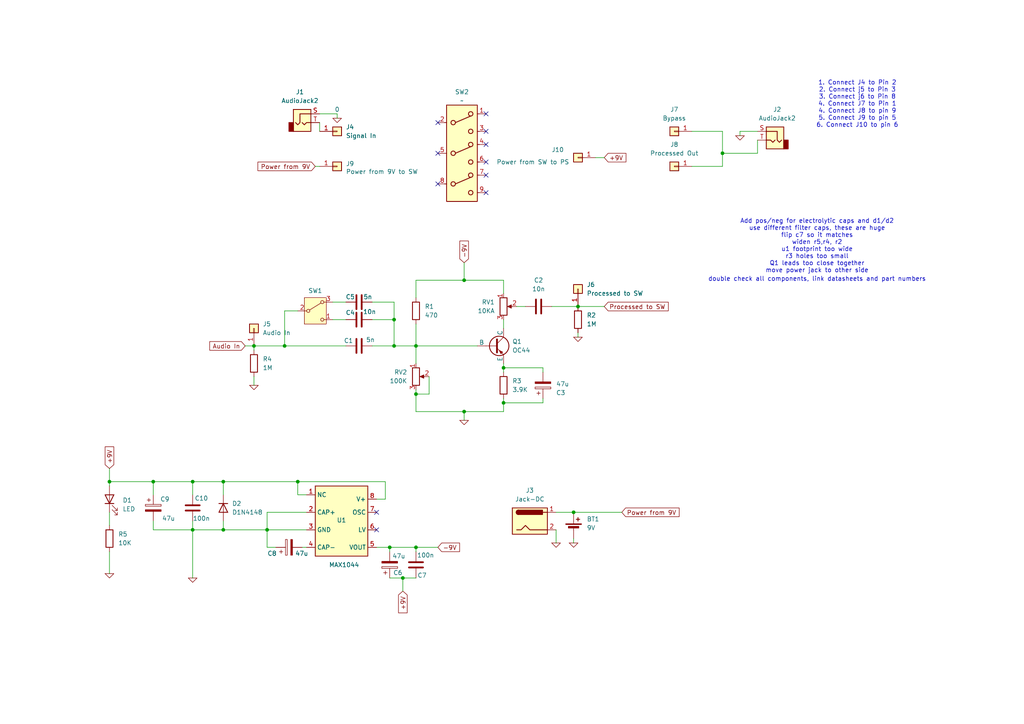
<source format=kicad_sch>
(kicad_sch (version 20231120) (generator "eeschema") (generator_version "8.0")
  (paper "A4")
  (lib_symbols
    (symbol "0_custom:3PDT"
      (property "Reference" "SW" (at -0.254 14.478 0))
      (symbol "3PDT_0_1"
        (rectangle (start -5.08 12.7) (end 3.81 -15.24) (stroke (width 0.254)) (fill (type background)))
        (circle (center -3.175 -10.16) (radius 0.635) (stroke (width 0.254)))
        (circle (center -3.175 -1.27) (radius 0.635) (stroke (width 0.254)))
        (circle (center -3.175 7.62) (radius 0.635) (stroke (width 0.254)))
        (polyline (pts (xy -5.715 -10.16) (xy -5.08 -10.16)))
        (polyline (pts (xy -5.715 -1.27) (xy -5.08 -1.27)))
        (polyline (pts (xy -5.715 7.62) (xy -5.08 7.62)))
        (polyline (pts (xy -2.54 -10.16) (xy 1.905 -8.255)) (stroke (width 0.254)))
        (polyline (pts (xy -2.54 -1.27) (xy 1.905 0.635)) (stroke (width 0.254)))
        (polyline (pts (xy -2.54 7.62) (xy 1.905 9.525)) (stroke (width 0.254)))
        (polyline (pts (xy 4.445 -12.7) (xy 3.81 -12.7)))
        (polyline (pts (xy 4.445 -7.62) (xy 3.81 -7.62)))
        (polyline (pts (xy 4.445 -3.81) (xy 3.81 -3.81)))
        (polyline (pts (xy 4.445 1.27) (xy 3.81 1.27)))
        (polyline (pts (xy 4.445 5.08) (xy 3.81 5.08)))
        (polyline (pts (xy 4.445 10.16) (xy 3.81 10.16)))
        (circle (center 1.905 -12.7) (radius 0.635) (stroke (width 0.254)))
        (circle (center 1.905 -7.62) (radius 0.635) (stroke (width 0.254)))
        (circle (center 1.905 -3.81) (radius 0.635) (stroke (width 0.254)))
        (circle (center 1.905 1.27) (radius 0.635) (stroke (width 0.254)))
        (circle (center 1.905 5.08) (radius 0.635) (stroke (width 0.254)))
        (circle (center 1.905 10.16) (radius 0.635) (stroke (width 0.254)))
      )
      (symbol "3PDT_1_1"
        (pin output line (at 6.35 10.16 180) (length 2.54) (name "") (number "1"))
        (pin input line (at -7.62 7.62 0) (length 2.54) (name "") (number "2"))
        (pin output line (at 6.35 5.08 180) (length 2.54) (name "") (number "3"))
        (pin output line (at 6.35 1.27 180) (length 2.54) (name "") (number "4"))
        (pin input line (at -7.62 -1.27 0) (length 2.54) (name "") (number "5"))
        (pin output line (at 6.35 -3.81 180) (length 2.54) (name "") (number "6"))
        (pin output line (at 6.35 -7.62 180) (length 2.54) (name "") (number "7"))
        (pin input line (at -7.62 -10.16 0) (length 2.54) (name "") (number "8"))
        (pin output line (at 6.35 -12.7 180) (length 2.54) (name "") (number "9"))
      )
    )
    (symbol "Connector:Jack-DC" (pin_names (offset 1.016))
      (property "Reference" "J" (at 0 5.334 0))
      (property "Value" "Jack-DC" (at 0 -5.08 0))
      (symbol "Jack-DC_0_1"
        (rectangle (start -5.08 3.81) (end 5.08 -3.81) (stroke (width 0.254)) (fill (type background)))
        (arc (start -3.302 3.175) (mid -3.9343 2.54) (end -3.302 1.905) (stroke (width 0.254)))
        (arc (start -3.302 3.175) (mid -3.9343 2.54) (end -3.302 1.905) (stroke (width 0.254)) (fill (type outline)))
        (polyline (pts (xy 5.08 2.54) (xy 3.81 2.54)) (stroke (width 0.254)))
        (polyline (pts (xy -3.81 -2.54) (xy -2.54 -2.54) (xy -1.27 -1.27) (xy 0 -2.54) (xy 2.54 -2.54) (xy 5.08 -2.54)) (stroke (width 0.254)))
        (rectangle (start 3.683 3.175) (end -3.302 1.905) (stroke (width 0.254)) (fill (type outline)))
      )
      (symbol "Jack-DC_1_1"
        (pin passive line (at 7.62 2.54 180) (length 2.54) (name "~") (number "1"))
        (pin passive line (at 7.62 -2.54 180) (length 2.54) (name "~") (number "2"))
      )
    )
    (symbol "Connector_Audio:AudioJack2"
      (property "Reference" "J" (at 0 8.89 0))
      (property "Value" "AudioJack2" (at 0 6.35 0))
      (symbol "AudioJack2_0_1"
        (rectangle (start -3.81 0) (end -2.54 -2.54) (stroke (width 0.254)) (fill (type outline)))
        (rectangle (start -2.54 3.81) (end 2.54 -2.54) (stroke (width 0.254)) (fill (type background)))
        (polyline (pts (xy 0 0) (xy 0.635 -0.635) (xy 1.27 0) (xy 2.54 0)) (stroke (width 0.254)))
        (polyline (pts (xy 2.54 2.54) (xy -0.635 2.54) (xy -0.635 0) (xy -1.27 -0.635) (xy -1.905 0)) (stroke (width 0.254)))
      )
      (symbol "AudioJack2_1_1"
        (pin passive line (at 5.08 2.54 180) (length 2.54) (name "~") (number "S"))
        (pin passive line (at 5.08 0 180) (length 2.54) (name "~") (number "T"))
      )
    )
    (symbol "Connector_Generic:Conn_01x01" (pin_names (offset 1.016) hide)
      (property "Reference" "J" (at 0 2.54 0))
      (property "Value" "Conn_01x01" (at 0 -2.54 0))
      (symbol "Conn_01x01_1_1"
        (rectangle (start -1.27 0.127) (end 0 -0.127) (stroke (width 0.1524)))
        (rectangle (start -1.27 1.27) (end 1.27 -1.27) (stroke (width 0.254)) (fill (type background)))
        (pin passive line (at -5.08 0 0) (length 3.81) (name "Pin_1") (number "1"))
      )
    )
    (symbol "Device:Battery_Cell" (pin_numbers hide) (pin_names (offset 0) hide)
      (property "Reference" "BT" (at 2.54 2.54 0))
      (property "Value" "Battery_Cell" (at 2.54 0 0))
      (symbol "Battery_Cell_0_1"
        (rectangle (start -2.286 1.778) (end 2.286 1.524) (fill (type outline)))
        (rectangle (start -1.524 1.016) (end 1.524 0.508) (fill (type outline)))
        (polyline (pts (xy 0 0.762) (xy 0 0)))
        (polyline (pts (xy 0 1.778) (xy 0 2.54)))
        (polyline (pts (xy 0.762 3.048) (xy 1.778 3.048)) (stroke (width 0.254)))
        (polyline (pts (xy 1.27 3.556) (xy 1.27 2.54)) (stroke (width 0.254)))
      )
      (symbol "Battery_Cell_1_1"
        (pin passive line (at 0 5.08 270) (length 2.54) (name "+") (number "1"))
        (pin passive line (at 0 -2.54 90) (length 2.54) (name "-") (number "2"))
      )
    )
    (symbol "Device:C" (pin_numbers hide) (pin_names (offset 0.254))
      (property "Reference" "C" (at 0.635 2.54 0))
      (property "Value" "C" (at 0.635 -2.54 0))
      (symbol "C_0_1"
        (polyline (pts (xy -2.032 -0.762) (xy 2.032 -0.762)) (stroke (width 0.508)))
        (polyline (pts (xy -2.032 0.762) (xy 2.032 0.762)) (stroke (width 0.508)))
      )
      (symbol "C_1_1"
        (pin passive line (at 0 3.81 270) (length 2.794) (name "~") (number "1"))
        (pin passive line (at 0 -3.81 90) (length 2.794) (name "~") (number "2"))
      )
    )
    (symbol "Device:C_Polarized" (pin_numbers hide) (pin_names (offset 0.254))
      (property "Reference" "C" (at 0.635 2.54 0))
      (property "Value" "C_Polarized" (at 0.635 -2.54 0))
      (symbol "C_Polarized_0_1"
        (rectangle (start -2.286 0.508) (end 2.286 1.016))
        (polyline (pts (xy -1.778 2.286) (xy -0.762 2.286)))
        (polyline (pts (xy -1.27 2.794) (xy -1.27 1.778)))
        (rectangle (start 2.286 -0.508) (end -2.286 -1.016) (fill (type outline)))
      )
      (symbol "C_Polarized_1_1"
        (pin passive line (at 0 3.81 270) (length 2.794) (name "~") (number "1"))
        (pin passive line (at 0 -3.81 90) (length 2.794) (name "~") (number "2"))
      )
    )
    (symbol "Device:D" (pin_numbers hide) (pin_names (offset 1.016) hide)
      (property "Reference" "D" (at 0 2.54 0))
      (property "Value" "D" (at 0 -2.54 0))
      (symbol "D_0_1"
        (polyline (pts (xy -1.27 1.27) (xy -1.27 -1.27)) (stroke (width 0.254)))
        (polyline (pts (xy 1.27 0) (xy -1.27 0)))
        (polyline (pts (xy 1.27 1.27) (xy 1.27 -1.27) (xy -1.27 0) (xy 1.27 1.27)) (stroke (width 0.254)))
      )
      (symbol "D_1_1"
        (pin passive line (at -3.81 0 0) (length 2.54) (name "K") (number "1"))
        (pin passive line (at 3.81 0 180) (length 2.54) (name "A") (number "2"))
      )
    )
    (symbol "Device:LED" (pin_numbers hide) (pin_names (offset 1.016) hide)
      (property "Reference" "D" (at 0 2.54 0))
      (property "Value" "LED" (at 0 -2.54 0))
      (symbol "LED_0_1"
        (polyline (pts (xy -1.27 -1.27) (xy -1.27 1.27)) (stroke (width 0.254)))
        (polyline (pts (xy -1.27 0) (xy 1.27 0)))
        (polyline (pts (xy 1.27 -1.27) (xy 1.27 1.27) (xy -1.27 0) (xy 1.27 -1.27)) (stroke (width 0.254)))
        (polyline (pts (xy -3.048 -0.762) (xy -4.572 -2.286) (xy -3.81 -2.286) (xy -4.572 -2.286) (xy -4.572 -1.524)))
        (polyline (pts (xy -1.778 -0.762) (xy -3.302 -2.286) (xy -2.54 -2.286) (xy -3.302 -2.286) (xy -3.302 -1.524)))
      )
      (symbol "LED_1_1"
        (pin passive line (at -3.81 0 0) (length 2.54) (name "K") (number "1"))
        (pin passive line (at 3.81 0 180) (length 2.54) (name "A") (number "2"))
      )
    )
    (symbol "Device:R" (pin_numbers hide) (pin_names (offset 0))
      (property "Reference" "R" (at 2.032 0 90))
      (property "Value" "R" (at 0 0 90))
      (symbol "R_0_1"
        (rectangle (start -1.016 -2.54) (end 1.016 2.54) (stroke (width 0.254)))
      )
      (symbol "R_1_1"
        (pin passive line (at 0 3.81 270) (length 1.27) (name "~") (number "1"))
        (pin passive line (at 0 -3.81 90) (length 1.27) (name "~") (number "2"))
      )
    )
    (symbol "Device:R_Potentiometer" (pin_names (offset 1.016) hide)
      (property "Reference" "RV" (at -4.445 0 90))
      (property "Value" "R_Potentiometer" (at -2.54 0 90))
      (symbol "R_Potentiometer_0_1"
        (polyline (pts (xy 2.54 0) (xy 1.524 0)))
        (polyline (pts (xy 1.143 0) (xy 2.286 0.508) (xy 2.286 -0.508) (xy 1.143 0)) (fill (type outline)))
        (rectangle (start 1.016 2.54) (end -1.016 -2.54) (stroke (width 0.254)))
      )
      (symbol "R_Potentiometer_1_1"
        (pin passive line (at 0 3.81 270) (length 1.27) (name "1") (number "1"))
        (pin passive line (at 3.81 0 180) (length 1.27) (name "2") (number "2"))
        (pin passive line (at 0 -3.81 90) (length 1.27) (name "3") (number "3"))
      )
    )
    (symbol "Regulator_SwitchedCapacitor:MAX1044"
      (property "Reference" "U1" (at 0 15.24 0))
      (property "Value" "MAX1044" (at 0 12.7 0))
      (symbol "MAX1044_0_1"
        (rectangle (start -7.62 10.16) (end 7.62 -10.16) (stroke (width 0.254)) (fill (type background)))
      )
      (symbol "MAX1044_1_1"
        (pin input line (at -10.16 7.62 0) (length 2.54) (name "NC") (number "1"))
        (pin input line (at -10.16 2.54 0) (length 2.54) (name "CAP+") (number "2"))
        (pin power_in line (at -10.16 -2.54 0) (length 2.54) (name "GND") (number "3"))
        (pin input line (at -10.16 -7.62 0) (length 2.54) (name "CAP-") (number "4"))
        (pin power_out line (at 10.16 -7.62 180) (length 2.54) (name "VOUT") (number "5"))
        (pin input line (at 10.16 -2.54 180) (length 2.54) (name "LV") (number "6"))
        (pin input line (at 10.16 2.54 180) (length 2.54) (name "OSC") (number "7"))
        (pin power_in line (at 10.16 6.35 180) (length 2.54) (name "V+") (number "8"))
      )
    )
    (symbol "Simulation_SPICE:0" (power) (pin_numbers hide) (pin_names (offset 0) hide)
      (property "Value" "0" (at 0 -2.54 0))
      (symbol "0_0_1"
        (polyline (pts (xy -1.27 0) (xy 0 -1.27) (xy 1.27 0) (xy -1.27 0)))
      )
      (symbol "0_1_1"
        (pin power_in line (at 0 0 0) (length 0) (name "~") (number "1"))
      )
    )
    (symbol "Simulation_SPICE:PNP" (pin_numbers hide) (pin_names (offset 0))
      (property "Reference" "Q" (at -2.54 7.62 0))
      (property "Value" "PNP" (at -2.54 5.08 0))
      (symbol "PNP_0_1"
        (polyline (pts (xy -2.54 0) (xy 0.635 0)) (stroke (width 0.1524)))
        (polyline (pts (xy 0.635 0.635) (xy 2.54 2.54)))
        (polyline (pts (xy 0.635 -0.635) (xy 2.54 -2.54) (xy 2.54 -2.54)))
        (polyline (pts (xy 0.635 1.905) (xy 0.635 -1.905) (xy 0.635 -1.905)) (stroke (width 0.508)))
        (polyline (pts (xy 2.286 -1.778) (xy 1.778 -2.286) (xy 1.27 -1.27) (xy 2.286 -1.778) (xy 2.286 -1.778)) (fill (type outline)))
        (circle (center 1.27 0) (radius 2.8194) (stroke (width 0.254)))
      )
      (symbol "PNP_1_1"
        (pin open_collector line (at 2.54 5.08 270) (length 2.54) (name "C") (number "1"))
        (pin input line (at -5.08 0 0) (length 2.54) (name "B") (number "2"))
        (pin open_emitter line (at 2.54 -5.08 90) (length 2.54) (name "E") (number "3"))
      )
    )
    (symbol "Switch:SW_Nidec_CAS-120A1" (pin_names (offset 1) hide)
      (property "Reference" "SW" (at 0 4.318 0))
      (property "Value" "SW_Nidec_CAS-120A1" (at 0 -5.08 0))
      (symbol "SW_Nidec_CAS-120A1_0_1"
        (circle (center -2.032 0) (radius 0.4572))
        (polyline (pts (xy -1.651 0.254) (xy 1.651 2.286)))
        (circle (center 2.032 -2.54) (radius 0.4572))
        (circle (center 2.032 2.54) (radius 0.4572))
      )
      (symbol "SW_Nidec_CAS-120A1_1_1"
        (rectangle (start -3.175 3.81) (end 3.175 -3.81) (fill (type background)))
        (pin passive line (at 5.08 -2.54 180) (length 2.54) (name "C") (number "1"))
        (pin passive line (at -5.08 0 0) (length 2.54) (name "B") (number "2"))
        (pin passive line (at 5.08 2.54 180) (length 2.54) (name "A") (number "3"))
      )
    )
  )
  (junction (at 146.05 106.68))
  (junction (at 86.36 139.7))
  (junction (at 113.03 158.75))
  (junction (at 209.55 44.45))
  (junction (at 120.65 100.33))
  (junction (at 166.37 148.59))
  (junction (at 116.84 167.64))
  (junction (at 64.77 139.7))
  (junction (at 114.3 92.71))
  (junction (at 120.65 158.75))
  (junction (at 31.75 139.7))
  (junction (at 73.66 100.33))
  (junction (at 114.3 100.33))
  (junction (at 134.62 81.28))
  (junction (at 120.65 114.3))
  (junction (at 167.64 88.9))
  (junction (at 77.47 153.67))
  (junction (at 134.62 119.38))
  (junction (at 55.88 139.7))
  (junction (at 82.55 100.33))
  (junction (at 146.05 116.84))
  (junction (at 44.45 139.7))
  (junction (at 55.88 153.67))
  (junction (at 64.77 153.67))
  (no_connect (at 140.97 46.99))
  (no_connect (at 140.97 41.91))
  (no_connect (at 127 53.34))
  (no_connect (at 140.97 50.8))
  (no_connect (at 127 44.45))
  (no_connect (at 127 35.56))
  (no_connect (at 109.22 148.59))
  (no_connect (at 140.97 38.1))
  (no_connect (at 140.97 33.02))
  (no_connect (at 140.97 55.88))
  (no_connect (at 109.22 153.67))
  (wire (pts (xy 157.48 107.95) (xy 157.48 106.68)))
  (wire (pts (xy 134.62 119.38) (xy 134.62 121.92)))
  (wire (pts (xy 167.64 97.79) (xy 167.64 96.52)))
  (wire (pts (xy 120.65 158.75) (xy 127 158.75)))
  (wire (pts (xy 88.9 148.59) (xy 77.47 148.59)))
  (wire (pts (xy 55.88 139.7) (xy 64.77 139.7)))
  (wire (pts (xy 44.45 151.13) (xy 44.45 153.67)))
  (wire (pts (xy 73.66 100.33) (xy 82.55 100.33)))
  (wire (pts (xy 134.62 119.38) (xy 146.05 119.38)))
  (wire (pts (xy 64.77 153.67) (xy 77.47 153.67)))
  (wire (pts (xy 149.86 88.9) (xy 152.4 88.9)))
  (wire (pts (xy 92.71 38.1) (xy 92.71 35.56)))
  (wire (pts (xy 73.66 109.22) (xy 73.66 111.76)))
  (wire (pts (xy 134.62 81.28) (xy 146.05 81.28)))
  (wire (pts (xy 77.47 153.67) (xy 88.9 153.67)))
  (wire (pts (xy 146.05 81.28) (xy 146.05 85.09)))
  (wire (pts (xy 31.75 160.02) (xy 31.75 166.37)))
  (wire (pts (xy 114.3 92.71) (xy 114.3 100.33)))
  (wire (pts (xy 219.71 44.45) (xy 219.71 40.64)))
  (wire (pts (xy 214.63 39.37) (xy 214.63 38.1)))
  (wire (pts (xy 107.95 92.71) (xy 114.3 92.71)))
  (wire (pts (xy 96.52 92.71) (xy 100.33 92.71)))
  (wire (pts (xy 120.65 114.3) (xy 120.65 119.38)))
  (wire (pts (xy 120.65 100.33) (xy 138.43 100.33)))
  (wire (pts (xy 82.55 90.17) (xy 82.55 100.33)))
  (wire (pts (xy 44.45 153.67) (xy 55.88 153.67)))
  (wire (pts (xy 120.65 100.33) (xy 120.65 105.41)))
  (wire (pts (xy 166.37 156.21) (xy 166.37 157.48)))
  (wire (pts (xy 113.03 158.75) (xy 120.65 158.75)))
  (wire (pts (xy 209.55 44.45) (xy 219.71 44.45)))
  (wire (pts (xy 91.44 48.26) (xy 92.71 48.26)))
  (wire (pts (xy 114.3 87.63) (xy 114.3 92.71)))
  (wire (pts (xy 86.36 139.7) (xy 86.36 143.51)))
  (wire (pts (xy 146.05 115.57) (xy 146.05 116.84)))
  (wire (pts (xy 146.05 106.68) (xy 146.05 107.95)))
  (wire (pts (xy 107.95 87.63) (xy 114.3 87.63)))
  (wire (pts (xy 44.45 143.51) (xy 44.45 139.7)))
  (wire (pts (xy 157.48 115.57) (xy 157.48 116.84)))
  (wire (pts (xy 31.75 148.59) (xy 31.75 152.4)))
  (wire (pts (xy 31.75 139.7) (xy 44.45 139.7)))
  (wire (pts (xy 209.55 38.1) (xy 209.55 44.45)))
  (wire (pts (xy 146.05 116.84) (xy 157.48 116.84)))
  (wire (pts (xy 31.75 139.7) (xy 31.75 140.97)))
  (wire (pts (xy 82.55 100.33) (xy 100.33 100.33)))
  (wire (pts (xy 113.03 167.64) (xy 116.84 167.64)))
  (wire (pts (xy 120.65 167.64) (xy 116.84 167.64)))
  (wire (pts (xy 55.88 151.13) (xy 55.88 153.67)))
  (wire (pts (xy 161.29 153.67) (xy 161.29 157.48)))
  (wire (pts (xy 77.47 153.67) (xy 77.47 158.75)))
  (wire (pts (xy 114.3 100.33) (xy 120.65 100.33)))
  (wire (pts (xy 214.63 38.1) (xy 219.71 38.1)))
  (wire (pts (xy 146.05 92.71) (xy 146.05 95.25)))
  (wire (pts (xy 116.84 167.64) (xy 116.84 171.45)))
  (wire (pts (xy 124.46 114.3) (xy 124.46 109.22)))
  (wire (pts (xy 120.65 113.03) (xy 120.65 114.3)))
  (wire (pts (xy 64.77 139.7) (xy 86.36 139.7)))
  (wire (pts (xy 64.77 151.13) (xy 64.77 153.67)))
  (wire (pts (xy 175.26 45.72) (xy 172.72 45.72)))
  (wire (pts (xy 77.47 148.59) (xy 77.47 153.67)))
  (wire (pts (xy 200.66 38.1) (xy 209.55 38.1)))
  (wire (pts (xy 86.36 143.51) (xy 88.9 143.51)))
  (wire (pts (xy 97.79 33.02) (xy 92.71 33.02)))
  (wire (pts (xy 55.88 139.7) (xy 55.88 143.51)))
  (wire (pts (xy 55.88 153.67) (xy 55.88 167.64)))
  (wire (pts (xy 55.88 153.67) (xy 64.77 153.67)))
  (wire (pts (xy 107.95 100.33) (xy 114.3 100.33)))
  (wire (pts (xy 166.37 148.59) (xy 180.34 148.59)))
  (wire (pts (xy 209.55 48.26) (xy 209.55 44.45)))
  (wire (pts (xy 113.03 158.75) (xy 113.03 160.02)))
  (wire (pts (xy 160.02 88.9) (xy 167.64 88.9)))
  (wire (pts (xy 73.66 100.33) (xy 73.66 101.6)))
  (wire (pts (xy 200.66 48.26) (xy 209.55 48.26)))
  (wire (pts (xy 109.22 158.75) (xy 113.03 158.75)))
  (wire (pts (xy 120.65 119.38) (xy 134.62 119.38)))
  (wire (pts (xy 167.64 88.9) (xy 175.26 88.9)))
  (wire (pts (xy 86.36 90.17) (xy 82.55 90.17)))
  (wire (pts (xy 120.65 160.02) (xy 120.65 158.75)))
  (wire (pts (xy 146.05 119.38) (xy 146.05 116.84)))
  (wire (pts (xy 71.12 100.33) (xy 73.66 100.33)))
  (wire (pts (xy 146.05 106.68) (xy 157.48 106.68)))
  (wire (pts (xy 64.77 139.7) (xy 64.77 143.51)))
  (wire (pts (xy 111.76 144.78) (xy 109.22 144.78)))
  (wire (pts (xy 96.52 87.63) (xy 100.33 87.63)))
  (wire (pts (xy 146.05 105.41) (xy 146.05 106.68)))
  (wire (pts (xy 31.75 135.89) (xy 31.75 139.7)))
  (wire (pts (xy 134.62 81.28) (xy 120.65 81.28)))
  (wire (pts (xy 120.65 114.3) (xy 124.46 114.3)))
  (wire (pts (xy 97.79 34.29) (xy 97.79 33.02)))
  (wire (pts (xy 87.63 158.75) (xy 88.9 158.75)))
  (wire (pts (xy 161.29 148.59) (xy 166.37 148.59)))
  (wire (pts (xy 44.45 139.7) (xy 55.88 139.7)))
  (wire (pts (xy 77.47 158.75) (xy 80.01 158.75)))
  (wire (pts (xy 134.62 76.2) (xy 134.62 81.28)))
  (wire (pts (xy 120.65 93.98) (xy 120.65 100.33)))
  (wire (pts (xy 120.65 81.28) (xy 120.65 86.36)))
  (wire (pts (xy 111.76 144.78) (xy 111.76 139.7)))
  (wire (pts (xy 111.76 139.7) (xy 86.36 139.7)))
  (text "Add pos/neg for electrolytic caps and d1/d2\nuse different filter caps, these are huge\nflip c7 so it matches\nwiden r5,r4, r2\nu1 footprint too wide\nr3 holes too small\nQ1 leads too close together\nmove power jack to other side" (at 236.982 71.374 0) (effects (font (size 1.27 1.27))))
  (text "1. Connect J4 to Pin 2\n2. Connect j5 to Pin 3\n3. Connect j6 to Pin 8\n4. Connect J7 to Pin 1\n4. Connect J8 to pin 9\n5. Connect J9 to pin 5\n6. Connect J10 to pin 6" (at 248.666 30.226 0) (effects (font (size 1.27 1.27))))
  (text "double check all components, link datasheets and part numbers" (at 236.982 81.026 0) (effects (font (size 1.27 1.27))))
  (global_label "+9V" (shape input) (at 116.84 171.45 270) (property "Intersheetrefs" "${INTERSHEET_REFS}" (effects (hide yes))))
  (global_label "Audio In" (shape input) (at 71.12 100.33 180) (property "Intersheetrefs" "${INTERSHEET_REFS}" (effects (hide yes))))
  (global_label "+9V" (shape input) (at 175.26 45.72 0) (property "Intersheetrefs" "${INTERSHEET_REFS}" (effects (hide yes))))
  (global_label "-9V" (shape input) (at 134.62 76.2 90) (property "Intersheetrefs" "${INTERSHEET_REFS}" (effects (hide yes))))
  (global_label "Power from 9V" (shape input) (at 91.44 48.26 180) (property "Intersheetrefs" "${INTERSHEET_REFS}" (effects (hide yes))))
  (global_label "Power from 9V" (shape input) (at 180.34 148.59 0) (property "Intersheetrefs" "${INTERSHEET_REFS}" (effects (hide yes))))
  (global_label "Processed to SW" (shape input) (at 175.26 88.9 0) (property "Intersheetrefs" "${INTERSHEET_REFS}" (effects (hide yes))))
  (global_label "-9V" (shape input) (at 127 158.75 0) (property "Intersheetrefs" "${INTERSHEET_REFS}" (effects (hide yes))))
  (global_label "+9V" (shape input) (at 31.75 135.89 90) (property "Intersheetrefs" "${INTERSHEET_REFS}" (effects (hide yes))))
  (symbol (lib_id "Regulator_SwitchedCapacitor:MAX1044") (at 99.06 151.13 0) (unit 1)
    (property "Reference" "U1" (at 99.06 150.876 0))
    (property "Value" "MAX1044" (at 99.822 163.83 0))
    (property "Footprint" "Package_DIP:DIP-8_W10.16mm" (effects (hide yes)))
    (property "Datasheet" "http://datasheets.maximintegrated.com/en/ds/ICL7660-MAX1044.pdf" (effects (hide yes)))
    (property "Description" "Switched-Capacitor Voltage Converter, 1.5V to 10.0V operating supply voltage, 10mA with a 0.5V output drop, SO-8/DIP-8/µMAX-8/TO-99" (effects (hide yes)))
  )
  (symbol (lib_id "Connector_Generic:Conn_01x01") (at 73.66 95.25 90) (unit 1)
    (property "Reference" "J5" (at 76.2 93.9799 90) (effects (justify right)))
    (property "Value" "Audio In" (at 76.2 96.5199 90) (effects (justify right)))
    (property "Footprint" "Connector_Wire:SolderWire-0.25sqmm_1x01_D0.65mm_OD2mm" (effects (hide yes)))
    (property "Description" "Generic connector, single row, 01x01, script generated (kicad-library-utils/schlib/autogen/connector/)" (effects (hide yes)))
  )
  (symbol (lib_id "Device:C_Polarized") (at 44.45 147.32 0) (unit 1)
    (property "Reference" "C9" (at 46.482 144.78 0) (effects (justify left)))
    (property "Value" "47u" (at 46.99 150.368 0) (effects (justify left)))
    (property "Footprint" "Capacitor_THT:C_Radial_D6.3mm_H11.0mm_P2.50mm" (effects (hide yes)))
    (property "Description" "250PK0R47MEFC6.3X11" (effects (hide yes)))
  )
  (symbol (lib_id "Switch:SW_Nidec_CAS-120A1") (at 91.44 90.17 0) (unit 1)
    (property "Reference" "SW1" (at 91.44 84.328 0))
    (property "Value" "SW_Nidec_CAS-120A1" (effects (hide yes)))
    (property "Footprint" "Button_Switch_THT:SW_Slide_SPDT_Straight_CK_OS102011MS2Q" (effects (hide yes)))
    (property "Datasheet" "https://www.nidec-components.com/e/catalog/switch/cas.pdf" (effects (hide yes)))
    (property "Description" "Switch, single pole double throw" (effects (hide yes)))
  )
  (symbol (lib_id "Device:C") (at 156.21 88.9 270) (unit 1)
    (property "Reference" "C2" (at 156.21 81.28 90))
    (property "Value" "10n" (at 156.21 83.82 90))
    (property "Footprint" "Capacitor_THT:C_Disc_D9.0mm_W5.0mm_P10.00mm" (effects (hide yes)))
    (property "Description" "564R30GAS10" (effects (hide yes)))
  )
  (symbol (lib_id "Simulation_SPICE:0") (at 166.37 157.48 0) (unit 1)
    (property "Reference" "#GND09" (effects (hide yes)))
    (property "Value" "0" (effects (hide yes)))
    (property "Datasheet" "https://ngspice.sourceforge.io/docs/ngspice-html-manual/manual.xhtml#subsec_Circuit_elements__device" (effects (hide yes)))
    (property "Description" "0V reference potential for simulation" (effects (hide yes)))
  )
  (symbol (lib_id "Device:C") (at 120.65 163.83 180) (unit 1)
    (property "Reference" "C7" (at 122.428 166.878 0))
    (property "Value" "100n" (at 123.444 161.036 0))
    (property "Footprint" "Capacitor_THT:C_Disc_D4.3mm_W1.9mm_P5.00mm" (effects (hide yes)))
    (property "Description" "K104K15X7RF5TH5" (effects (hide yes)))
  )
  (symbol (lib_id "Connector_Generic:Conn_01x01") (at 167.64 45.72 180) (unit 1)
    (property "Reference" "J10" (at 163.576 43.434 0) (effects (justify left)))
    (property "Value" "Power from SW to PS" (at 165.1 46.99 0) (effects (justify left)))
    (property "Footprint" "Connector_Wire:SolderWire-0.25sqmm_1x01_D0.65mm_OD2mm" (effects (hide yes)))
    (property "Description" "Generic connector, single row, 01x01, script generated (kicad-library-utils/schlib/autogen/connector/)" (effects (hide yes)))
  )
  (symbol (lib_id "Connector_Generic:Conn_01x01") (at 97.79 48.26 0) (unit 1)
    (property "Reference" "J9" (at 100.33 47.498 0) (effects (justify left)))
    (property "Value" "Power from 9V to SW" (at 100.33 49.784 0) (effects (justify left)))
    (property "Footprint" "Connector_Wire:SolderWire-0.25sqmm_1x01_D0.65mm_OD2mm" (effects (hide yes)))
    (property "Description" "Generic connector, single row, 01x01, script generated (kicad-library-utils/schlib/autogen/connector/)" (effects (hide yes)))
  )
  (symbol (lib_id "Device:C") (at 104.14 87.63 270) (unit 1)
    (property "Reference" "C5" (at 101.6 86.106 90))
    (property "Value" "5n" (at 106.68 86.106 90))
    (property "Footprint" "Capacitor_THT:C_Disc_D9.0mm_W5.0mm_P10.00mm" (effects (hide yes)))
    (property "Description" "S502M75Z5UR83L0R" (effects (hide yes)))
  )
  (symbol (lib_id "Device:R") (at 167.64 92.71 0) (unit 1)
    (property "Reference" "R2" (at 170.18 91.4399 0) (effects (justify left)))
    (property "Value" "1M" (at 170.18 93.9799 0) (effects (justify left)))
    (property "Footprint" "Resistor_THT:R_Axial_DIN0207_L6.3mm_D2.5mm_P7.62mm_Horizontal" (effects (hide yes)))
    (property "Description" "VR25000001004JR500" (effects (hide yes)))
  )
  (symbol (lib_id "Simulation_SPICE:0") (at 161.29 157.48 0) (unit 1)
    (property "Reference" "#GND08" (effects (hide yes)))
    (property "Value" "0" (effects (hide yes)))
    (property "Datasheet" "https://ngspice.sourceforge.io/docs/ngspice-html-manual/manual.xhtml#subsec_Circuit_elements__device" (effects (hide yes)))
    (property "Description" "0V reference potential for simulation" (effects (hide yes)))
  )
  (symbol (lib_id "Simulation_SPICE:0") (at 167.64 97.79 0) (unit 1)
    (property "Reference" "#GND02" (effects (hide yes)))
    (property "Value" "0" (effects (hide yes)))
    (property "Datasheet" "https://ngspice.sourceforge.io/docs/ngspice-html-manual/manual.xhtml#subsec_Circuit_elements__device" (effects (hide yes)))
    (property "Description" "0V reference potential for simulation" (effects (hide yes)))
  )
  (symbol (lib_id "Connector_Generic:Conn_01x01") (at 195.58 38.1 180) (unit 1)
    (property "Reference" "J7" (at 195.58 31.75 0))
    (property "Value" "Bypass" (at 195.58 34.29 0))
    (property "Footprint" "Connector_Wire:SolderWire-0.25sqmm_1x01_D0.65mm_OD2mm" (effects (hide yes)))
    (property "Description" "Generic connector, single row, 01x01, script generated (kicad-library-utils/schlib/autogen/connector/)" (effects (hide yes)))
  )
  (symbol (lib_id "Device:C") (at 104.14 92.71 270) (unit 1)
    (property "Reference" "C4" (at 101.6 90.678 90))
    (property "Value" "10n" (at 107.188 90.424 90))
    (property "Footprint" "Capacitor_THT:C_Disc_D9.0mm_W5.0mm_P10.00mm" (effects (hide yes)))
    (property "Description" "564R30GAS10" (effects (hide yes)))
  )
  (symbol (lib_id "Device:R_Potentiometer") (at 146.05 88.9 0) (unit 1)
    (property "Reference" "RV1" (at 143.51 87.6299 0) (effects (justify right)))
    (property "Value" "10KA" (at 143.51 90.1699 0) (effects (justify right)))
    (property "Footprint" "Potentiometer_THT:Potentiometer_Alpha_RD901F-40-00D_Single_Vertical" (effects (hide yes)))
    (property "Description" "Potentiometer" (effects (hide yes)))
  )
  (symbol (lib_id "Connector_Audio:AudioJack2") (at 87.63 35.56 0) (unit 1)
    (property "Reference" "J1" (at 86.995 26.67 0))
    (property "Value" "AudioJack2" (at 86.995 29.21 0))
    (property "Footprint" "Connector_Audio:Jack_6.35mm_Neutrik_NMJ6HCD2_Horizontal" (effects (hide yes)))
    (property "Description" "Audio Jack, 2 Poles (Mono / TS)" (effects (hide yes)))
  )
  (symbol (lib_id "Simulation_SPICE:0") (at 31.75 166.37 0) (unit 1)
    (property "Reference" "#GND04" (effects (hide yes)))
    (property "Value" "0" (effects (hide yes)))
    (property "Datasheet" "https://ngspice.sourceforge.io/docs/ngspice-html-manual/manual.xhtml#subsec_Circuit_elements__device" (effects (hide yes)))
    (property "Description" "0V reference potential for simulation" (effects (hide yes)))
  )
  (symbol (lib_id "Device:D") (at 64.77 147.32 270) (unit 1)
    (property "Reference" "D2" (at 67.31 146.0499 90) (effects (justify left)))
    (property "Value" "D1N4148" (at 67.31 148.5899 90) (effects (justify left)))
    (property "Footprint" "Capacitor_THT:C_Disc_D9.0mm_W5.0mm_P10.00mm" (effects (hide yes)))
    (property "Description" "Diode" (effects (hide yes)))
    (property "Sim.Device" "D" (effects (hide yes)))
    (property "Sim.Pins" "1=K 2=A" (effects (hide yes)))
  )
  (symbol (lib_id "Device:C_Polarized") (at 113.03 163.83 0) (mirror x) (unit 1)
    (property "Reference" "C6" (at 114.046 166.116 0) (effects (justify left)))
    (property "Value" "47u" (at 113.792 161.29 0) (effects (justify left)))
    (property "Footprint" "Capacitor_THT:C_Radial_D6.3mm_H11.0mm_P2.50mm" (effects (hide yes)))
    (property "Description" "250PK0R47MEFC6.3X11" (effects (hide yes)))
  )
  (symbol (lib_id "Simulation_SPICE:0") (at 97.79 34.29 0) (unit 1)
    (property "Reference" "#GND07" (effects (hide yes)))
    (property "Value" "0" (at 97.79 31.75 0))
    (property "Datasheet" "https://ngspice.sourceforge.io/docs/ngspice-html-manual/manual.xhtml#subsec_Circuit_elements__device" (effects (hide yes)))
    (property "Description" "0V reference potential for simulation" (effects (hide yes)))
  )
  (symbol (lib_id "Device:C") (at 104.14 100.33 270) (unit 1)
    (property "Reference" "C1" (at 101.092 98.806 90))
    (property "Value" "5n" (at 107.442 98.552 90))
    (property "Footprint" "Capacitor_THT:C_Disc_D9.0mm_W5.0mm_P10.00mm" (effects (hide yes)))
    (property "Description" "S502M75Z5UR83L0R" (effects (hide yes)))
  )
  (symbol (lib_id "Device:R") (at 73.66 105.41 0) (unit 1)
    (property "Reference" "R4" (at 76.2 104.1399 0) (effects (justify left)))
    (property "Value" "1M" (at 76.2 106.6799 0) (effects (justify left)))
    (property "Footprint" "Resistor_THT:R_Axial_DIN0207_L6.3mm_D2.5mm_P7.62mm_Horizontal" (effects (hide yes)))
    (property "Description" "VR25000001004JR500" (effects (hide yes)))
  )
  (symbol (lib_id "Connector:Jack-DC") (at 153.67 151.13 0) (unit 1)
    (property "Reference" "J3" (at 153.67 142.24 0))
    (property "Value" "Jack-DC" (at 153.67 144.78 0))
    (property "Footprint" "Connector_BarrelJack:BarrelJack_GCT_DCJ200-10-A_Horizontal" (effects (hide yes)))
    (property "Description" "DC Barrel Jack" (effects (hide yes)))
  )
  (symbol (lib_id "Device:C_Polarized") (at 157.48 111.76 0) (mirror x) (unit 1)
    (property "Reference" "C3" (at 161.29 113.9191 0) (effects (justify left)))
    (property "Value" "47u" (at 161.29 111.3791 0) (effects (justify left)))
    (property "Footprint" "Capacitor_THT:C_Radial_D6.3mm_H11.0mm_P2.50mm" (effects (hide yes)))
    (property "Description" "250PK0R47MEFC6.3X11" (effects (hide yes)))
  )
  (symbol (lib_id "Device:LED") (at 31.75 144.78 90) (unit 1)
    (property "Reference" "D1" (at 35.56 145.0974 90) (effects (justify right)))
    (property "Value" "LED" (at 35.56 147.6374 90) (effects (justify right)))
    (property "Footprint" "LED_THT:LED_D3.0mm" (effects (hide yes)))
    (property "Description" "Light emitting diode" (effects (hide yes)))
  )
  (symbol (lib_id "0_custom:3PDT") (at 134.62 43.18 0) (unit 1)
    (property "Reference" "SW2" (at 133.985 26.67 0))
    (property "Value" "~" (at 133.985 29.21 0))
  )
  (symbol (lib_id "Simulation_SPICE:0") (at 214.63 39.37 0) (unit 1)
    (property "Reference" "#GND06" (effects (hide yes)))
    (property "Value" "0" (effects (hide yes)))
    (property "Datasheet" "https://ngspice.sourceforge.io/docs/ngspice-html-manual/manual.xhtml#subsec_Circuit_elements__device" (effects (hide yes)))
    (property "Description" "0V reference potential for simulation" (effects (hide yes)))
  )
  (symbol (lib_id "Device:R") (at 31.75 156.21 0) (unit 1)
    (property "Reference" "R5" (at 34.29 154.9399 0) (effects (justify left)))
    (property "Value" "10K" (at 34.29 157.4799 0) (effects (justify left)))
    (property "Footprint" "Resistor_THT:R_Axial_DIN0207_L6.3mm_D2.5mm_P7.62mm_Horizontal" (effects (hide yes)))
    (property "Description" "PR01000101002JA500" (effects (hide yes)))
  )
  (symbol (lib_id "Connector_Generic:Conn_01x01") (at 167.64 83.82 90) (unit 1)
    (property "Reference" "J6" (at 170.18 82.5499 90) (effects (justify right)))
    (property "Value" "Processed to SW" (at 170.18 85.0899 90) (effects (justify right)))
    (property "Footprint" "Connector_Wire:SolderWire-0.25sqmm_1x01_D0.65mm_OD2mm" (effects (hide yes)))
    (property "Description" "Generic connector, single row, 01x01, script generated (kicad-library-utils/schlib/autogen/connector/)" (effects (hide yes)))
  )
  (symbol (lib_id "Device:R") (at 146.05 111.76 0) (unit 1)
    (property "Reference" "R3" (at 148.59 110.4899 0) (effects (justify left)))
    (property "Value" "3.9K" (at 148.59 113.0299 0) (effects (justify left)))
    (property "Footprint" "Resistor_THT:R_Axial_DIN0309_L9.0mm_D3.2mm_P12.70mm_Horizontal" (effects (hide yes)))
    (property "Description" "PR02000203901JR500" (effects (hide yes)))
  )
  (symbol (lib_id "Simulation_SPICE:0") (at 73.66 111.76 0) (unit 1)
    (property "Reference" "#GND03" (effects (hide yes)))
    (property "Value" "0" (effects (hide yes)))
    (property "Datasheet" "https://ngspice.sourceforge.io/docs/ngspice-html-manual/manual.xhtml#subsec_Circuit_elements__device" (effects (hide yes)))
    (property "Description" "0V reference potential for simulation" (effects (hide yes)))
  )
  (symbol (lib_id "Device:R_Potentiometer") (at 120.65 109.22 0) (unit 1)
    (property "Reference" "RV2" (at 118.11 107.9499 0) (effects (justify right)))
    (property "Value" "100K" (at 118.11 110.49 0) (effects (justify right)))
    (property "Footprint" "Potentiometer_THT:Potentiometer_Alpha_RD901F-40-00D_Single_Vertical" (effects (hide yes)))
    (property "Description" "Potentiometer" (effects (hide yes)))
  )
  (symbol (lib_id "Simulation_SPICE:0") (at 55.88 167.64 0) (unit 1)
    (property "Reference" "#GND05" (effects (hide yes)))
    (property "Value" "0" (effects (hide yes)))
    (property "Datasheet" "https://ngspice.sourceforge.io/docs/ngspice-html-manual/manual.xhtml#subsec_Circuit_elements__device" (effects (hide yes)))
    (property "Description" "0V reference potential for simulation" (effects (hide yes)))
  )
  (symbol (lib_id "Device:Battery_Cell") (at 166.37 153.67 0) (unit 1)
    (property "Reference" "BT1" (at 170.18 150.5584 0) (effects (justify left)))
    (property "Value" "9V" (at 170.18 153.0984 0) (effects (justify left)))
    (property "Footprint" "Battery:BatteryHolder_Eagle_12BH611-GR" (effects (hide yes)))
    (property "Description" "Single-cell battery" (effects (hide yes)))
  )
  (symbol (lib_id "Simulation_SPICE:0") (at 134.62 121.92 0) (unit 1)
    (property "Reference" "#GND01" (effects (hide yes)))
    (property "Value" "0" (effects (hide yes)))
    (property "Datasheet" "https://ngspice.sourceforge.io/docs/ngspice-html-manual/manual.xhtml#subsec_Circuit_elements__device" (effects (hide yes)))
    (property "Description" "0V reference potential for simulation" (effects (hide yes)))
  )
  (symbol (lib_id "Device:C_Polarized") (at 83.82 158.75 90) (unit 1)
    (property "Reference" "C8" (at 80.264 160.528 90) (effects (justify left)))
    (property "Value" "47u" (at 89.408 160.528 90) (effects (justify left)))
    (property "Footprint" "Capacitor_THT:C_Radial_D6.3mm_H11.0mm_P2.50mm" (effects (hide yes)))
    (property "Description" "250PK0R47MEFC6.3X11" (effects (hide yes)))
  )
  (symbol (lib_id "Device:R") (at 120.65 90.17 0) (unit 1)
    (property "Reference" "R1" (at 123.19 88.8999 0) (effects (justify left)))
    (property "Value" "470" (at 123.19 91.4399 0) (effects (justify left)))
    (property "Footprint" "Resistor_THT:R_Axial_DIN0309_L9.0mm_D3.2mm_P12.70mm_Horizontal" (effects (hide yes)))
    (property "Description" "6-2176611-5" (effects (hide yes)))
  )
  (symbol (lib_id "Device:C") (at 55.88 147.32 180) (unit 1)
    (property "Reference" "C10" (at 58.42 144.526 0))
    (property "Value" "100n" (at 58.42 150.368 0))
    (property "Footprint" "Capacitor_THT:C_Disc_D4.3mm_W1.9mm_P5.00mm" (effects (hide yes)))
    (property "Description" "Unpolarized capacitor" (effects (hide yes)))
  )
  (symbol (lib_id "Connector_Generic:Conn_01x01") (at 97.79 38.1 0) (unit 1)
    (property "Reference" "J4" (at 100.33 36.8299 0) (effects (justify left)))
    (property "Value" "Signal In" (at 100.33 39.3699 0) (effects (justify left)))
    (property "Footprint" "Connector_Wire:SolderWire-0.25sqmm_1x01_D0.65mm_OD2mm" (effects (hide yes)))
    (property "Description" "Generic connector, single row, 01x01, script generated (kicad-library-utils/schlib/autogen/connector/)" (effects (hide yes)))
  )
  (symbol (lib_id "Connector_Audio:AudioJack2") (at 224.79 40.64 0) (mirror y) (unit 1)
    (property "Reference" "J2" (at 225.425 31.75 0))
    (property "Value" "AudioJack2" (at 225.425 34.29 0))
    (property "Footprint" "Connector_Audio:Jack_6.35mm_Neutrik_NMJ6HCD2_Horizontal" (effects (hide yes)))
    (property "Description" "Audio Jack, 2 Poles (Mono / TS)" (effects (hide yes)))
  )
  (symbol (lib_id "Connector_Generic:Conn_01x01") (at 195.58 48.26 180) (unit 1)
    (property "Reference" "J8" (at 195.58 41.91 0))
    (property "Value" "Processed Out" (at 195.58 44.45 0))
    (property "Footprint" "Connector_Wire:SolderWire-0.25sqmm_1x01_D0.65mm_OD2mm" (effects (hide yes)))
    (property "Description" "Generic connector, single row, 01x01, script generated (kicad-library-utils/schlib/autogen/connector/)" (effects (hide yes)))
  )
  (symbol (lib_id "Simulation_SPICE:PNP") (at 143.51 100.33 0) (unit 1)
    (property "Reference" "Q1" (at 148.59 99.0599 0) (effects (justify left)))
    (property "Value" "OC44" (at 148.59 101.5999 0) (effects (justify left)))
    (property "Footprint" "Package_TO_SOT_THT:NEC_Molded_7x4x9mm" (effects (hide yes)))
    (property "Datasheet" "https://ngspice.sourceforge.io/docs/ngspice-html-manual/manual.xhtml#cha_BJTs" (effects (hide yes)))
    (property "Description" "863-BD140G" (effects (hide yes)))
    (property "Sim.Device" "PNP" (effects (hide yes)))
    (property "Sim.Type" "GUMMELPOON" (effects (hide yes)))
    (property "Sim.Pins" "1=C 2=B 3=E" (effects (hide yes)))
  )
)
</source>
